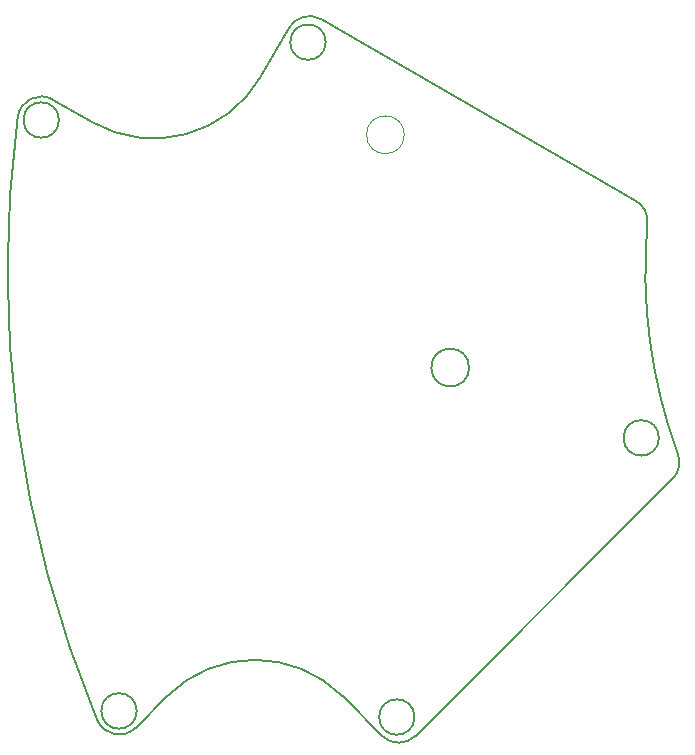
<source format=gbr>
%TF.GenerationSoftware,KiCad,Pcbnew,(6.0.5)*%
%TF.CreationDate,2023-02-27T23:38:10+09:00*%
%TF.ProjectId,Kiker_PSU,4b696b65-725f-4505-9355-2e6b69636164,rev?*%
%TF.SameCoordinates,Original*%
%TF.FileFunction,Profile,NP*%
%FSLAX46Y46*%
G04 Gerber Fmt 4.6, Leading zero omitted, Abs format (unit mm)*
G04 Created by KiCad (PCBNEW (6.0.5)) date 2023-02-27 23:38:10*
%MOMM*%
%LPD*%
G01*
G04 APERTURE LIST*
%TA.AperFunction,Profile*%
%ADD10C,0.200000*%
%TD*%
%TA.AperFunction,Profile*%
%ADD11C,0.120000*%
%TD*%
G04 APERTURE END LIST*
D10*
X114096731Y-73906906D02*
G75*
G03*
X111114380Y-75374920I-1000031J-1731794D01*
G01*
X163439876Y-82476163D02*
X136808684Y-67100722D01*
X114596920Y-75638634D02*
G75*
G03*
X114596920Y-75638634I-1500000J0D01*
G01*
X134076680Y-67832720D02*
X131701545Y-71946572D01*
X117358651Y-75790050D02*
X114096709Y-73906945D01*
X144706222Y-126188220D02*
G75*
G03*
X144706222Y-126188220I-1500000J0D01*
G01*
X149329180Y-96598220D02*
G75*
G03*
X149329180Y-96598220I-1600000J0D01*
G01*
X121183574Y-125669237D02*
G75*
G03*
X121183574Y-125669237I-1500000J0D01*
G01*
X136808701Y-67100693D02*
G75*
G03*
X134076680Y-67832720I-1000001J-1732007D01*
G01*
X138610013Y-124420446D02*
G75*
G03*
X123760777Y-124420455I-7424613J-7424654D01*
G01*
X117837175Y-126436941D02*
G75*
G03*
X121097783Y-127083447I1846525J767241D01*
G01*
X111114351Y-75374916D02*
G75*
G03*
X117836840Y-126437080I98135349J-13053784D01*
G01*
X164432172Y-84387844D02*
G75*
G03*
X163439876Y-82476163I-1992472J179144D01*
G01*
X117358651Y-75790050D02*
G75*
G03*
X131701545Y-71946572I5249629J9093480D01*
G01*
X144797206Y-127779204D02*
X166541351Y-106034871D01*
X121097783Y-127083447D02*
X123760777Y-124420455D01*
X141968785Y-127779195D02*
G75*
G03*
X144797206Y-127779204I1414215J1414195D01*
G01*
X137183730Y-69049226D02*
G75*
G03*
X137183730Y-69049226I-1500000J0D01*
G01*
X138610021Y-124420438D02*
X141968785Y-127779195D01*
X165397952Y-102551120D02*
G75*
G03*
X165397952Y-102551120I-1500000J0D01*
G01*
X166541333Y-106034853D02*
G75*
G03*
X167004800Y-103931730I-1413633J1414153D01*
G01*
X164431772Y-84387808D02*
G75*
G03*
X167004800Y-103931730I44817928J-4040892D01*
G01*
D11*
%TO.C,Q1*%
X143840000Y-76891000D02*
G75*
G03*
X143840000Y-76891000I-1600000J0D01*
G01*
%TD*%
M02*

</source>
